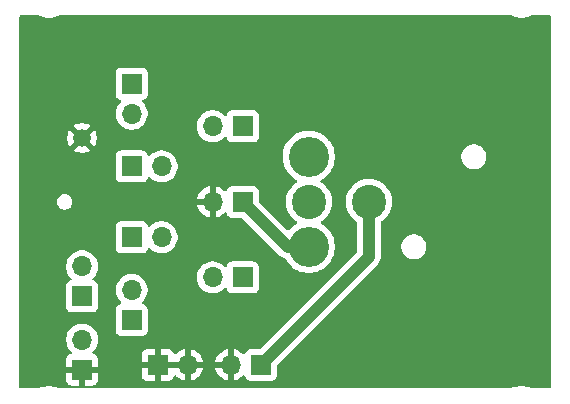
<source format=gbr>
%TF.GenerationSoftware,KiCad,Pcbnew,9.0.0*%
%TF.CreationDate,2025-03-06T01:46:26+08:00*%
%TF.ProjectId,HighDRMic_EVB,48696768-4452-44d6-9963-5f4556422e6b,rev?*%
%TF.SameCoordinates,Original*%
%TF.FileFunction,Copper,L2,Bot*%
%TF.FilePolarity,Positive*%
%FSLAX46Y46*%
G04 Gerber Fmt 4.6, Leading zero omitted, Abs format (unit mm)*
G04 Created by KiCad (PCBNEW 9.0.0) date 2025-03-06 01:46:26*
%MOMM*%
%LPD*%
G01*
G04 APERTURE LIST*
%TA.AperFunction,ComponentPad*%
%ADD10R,1.700000X1.700000*%
%TD*%
%TA.AperFunction,ComponentPad*%
%ADD11O,1.700000X1.700000*%
%TD*%
%TA.AperFunction,ComponentPad*%
%ADD12C,3.400000*%
%TD*%
%TA.AperFunction,ComponentPad*%
%ADD13C,2.900000*%
%TD*%
%TA.AperFunction,ComponentPad*%
%ADD14C,1.500000*%
%TD*%
%TA.AperFunction,Conductor*%
%ADD15C,1.000000*%
%TD*%
G04 APERTURE END LIST*
D10*
%TO.P,J9,1,Pin_1*%
%TO.N,Net-(J9-Pin_1)*%
X172940000Y-113800000D03*
D11*
%TO.P,J9,2,Pin_2*%
%TO.N,GND*%
X170400000Y-113800000D03*
%TD*%
D12*
%TO.P,XLR1,1*%
%TO.N,Net-(J8-Pin_1)*%
X177000000Y-103810000D03*
%TO.P,XLR1,2*%
%TO.N,Net-(J6-Pin_1)*%
X177000000Y-96190000D03*
D13*
%TO.P,XLR1,3*%
%TO.N,Net-(J7-Pin_1)*%
X177000000Y-100000000D03*
%TO.P,XLR1,G*%
%TO.N,Net-(J9-Pin_1)*%
X182080000Y-100000000D03*
%TD*%
D10*
%TO.P,J7,1,Pin_1*%
%TO.N,Net-(J7-Pin_1)*%
X171400000Y-106400000D03*
D11*
%TO.P,J7,2,Pin_2*%
%TO.N,Net-(J2-Pin_2)*%
X168860000Y-106400000D03*
%TD*%
D10*
%TO.P,J11,1,Pin_1*%
%TO.N,GND*%
X157800000Y-114200000D03*
D11*
%TO.P,J11,2,Pin_2*%
%TO.N,VDD*%
X157800000Y-111660000D03*
%TD*%
D10*
%TO.P,J6,1,Pin_1*%
%TO.N,Net-(J6-Pin_1)*%
X171400000Y-93600000D03*
D11*
%TO.P,J6,2,Pin_2*%
%TO.N,Net-(J3-Pin_2)*%
X168860000Y-93600000D03*
%TD*%
D10*
%TO.P,J2,1,Pin_1*%
%TO.N,Net-(J2-Pin_1)*%
X162000000Y-110000000D03*
D11*
%TO.P,J2,2,Pin_2*%
%TO.N,Net-(J2-Pin_2)*%
X162000000Y-107460000D03*
%TD*%
D10*
%TO.P,J4,1,Pin_1*%
%TO.N,Net-(J2-Pin_2)*%
X162000000Y-103000000D03*
D11*
%TO.P,J4,2,Pin_2*%
%TO.N,Net-(J4-Pin_2)*%
X164540000Y-103000000D03*
%TD*%
D14*
%TO.P,TP1,1,1*%
%TO.N,GND*%
X157800000Y-94600000D03*
%TD*%
D10*
%TO.P,J10,1,Pin_1*%
%TO.N,GND*%
X164200000Y-113800000D03*
D11*
%TO.P,J10,2,Pin_2*%
X166740000Y-113800000D03*
%TD*%
D10*
%TO.P,J5,1,Pin_1*%
%TO.N,Net-(J3-Pin_2)*%
X162000000Y-97000000D03*
D11*
%TO.P,J5,2,Pin_2*%
%TO.N,Net-(J5-Pin_2)*%
X164540000Y-97000000D03*
%TD*%
D10*
%TO.P,J3,1,Pin_1*%
%TO.N,Net-(J3-Pin_1)*%
X162000000Y-90000000D03*
D11*
%TO.P,J3,2,Pin_2*%
%TO.N,Net-(J3-Pin_2)*%
X162000000Y-92540000D03*
%TD*%
D10*
%TO.P,J8,1,Pin_1*%
%TO.N,Net-(J8-Pin_1)*%
X171400000Y-100000000D03*
D11*
%TO.P,J8,2,Pin_2*%
%TO.N,GND*%
X168860000Y-100000000D03*
%TD*%
D10*
%TO.P,J1,1,Pin_1*%
%TO.N,VDD*%
X157800000Y-108000000D03*
D11*
%TO.P,J1,2,Pin_2*%
%TO.N,Net-(J1-Pin_2)*%
X157800000Y-105460000D03*
%TD*%
D15*
%TO.N,Net-(J8-Pin_1)*%
X177000000Y-103810000D02*
X175210000Y-103810000D01*
X175210000Y-103810000D02*
X171400000Y-100000000D01*
%TO.N,Net-(J9-Pin_1)*%
X182080000Y-100000000D02*
X182080000Y-104660000D01*
X182080000Y-104660000D02*
X172940000Y-113800000D01*
%TD*%
%TA.AperFunction,Conductor*%
%TO.N,GND*%
G36*
X166274075Y-113607007D02*
G01*
X166240000Y-113734174D01*
X166240000Y-113865826D01*
X166274075Y-113992993D01*
X166306988Y-114050000D01*
X164633012Y-114050000D01*
X164665925Y-113992993D01*
X164700000Y-113865826D01*
X164700000Y-113734174D01*
X164665925Y-113607007D01*
X164633012Y-113550000D01*
X166306988Y-113550000D01*
X166274075Y-113607007D01*
G37*
%TD.AperFunction*%
%TA.AperFunction,Conductor*%
G36*
X154101028Y-84209438D02*
G01*
X154291155Y-84288191D01*
X154569783Y-84362849D01*
X154855772Y-84400500D01*
X154855779Y-84400500D01*
X155144221Y-84400500D01*
X155144228Y-84400500D01*
X155430217Y-84362849D01*
X155708845Y-84288191D01*
X155898971Y-84209438D01*
X155946423Y-84200000D01*
X194053577Y-84200000D01*
X194101028Y-84209438D01*
X194291155Y-84288191D01*
X194569783Y-84362849D01*
X194855772Y-84400500D01*
X194855779Y-84400500D01*
X195144221Y-84400500D01*
X195144228Y-84400500D01*
X195430217Y-84362849D01*
X195708845Y-84288191D01*
X195898971Y-84209438D01*
X195946423Y-84200000D01*
X197375500Y-84200000D01*
X197442539Y-84219685D01*
X197488294Y-84272489D01*
X197499500Y-84324000D01*
X197499500Y-115676000D01*
X197479815Y-115743039D01*
X197427011Y-115788794D01*
X197375500Y-115800000D01*
X195946423Y-115800000D01*
X195898971Y-115790561D01*
X195784242Y-115743039D01*
X195708854Y-115711812D01*
X195708847Y-115711810D01*
X195708845Y-115711809D01*
X195430217Y-115637151D01*
X195430211Y-115637150D01*
X195430206Y-115637149D01*
X195144238Y-115599501D01*
X195144233Y-115599500D01*
X195144228Y-115599500D01*
X194855772Y-115599500D01*
X194855766Y-115599500D01*
X194855761Y-115599501D01*
X194569793Y-115637149D01*
X194569786Y-115637150D01*
X194569783Y-115637151D01*
X194291155Y-115711809D01*
X194291145Y-115711812D01*
X194140452Y-115774231D01*
X194101028Y-115790561D01*
X194053577Y-115800000D01*
X155946423Y-115800000D01*
X155898971Y-115790561D01*
X155784242Y-115743039D01*
X155708854Y-115711812D01*
X155708847Y-115711810D01*
X155708845Y-115711809D01*
X155430217Y-115637151D01*
X155430211Y-115637150D01*
X155430206Y-115637149D01*
X155144238Y-115599501D01*
X155144233Y-115599500D01*
X155144228Y-115599500D01*
X154855772Y-115599500D01*
X154855766Y-115599500D01*
X154855761Y-115599501D01*
X154569793Y-115637149D01*
X154569786Y-115637150D01*
X154569783Y-115637151D01*
X154291155Y-115711809D01*
X154291145Y-115711812D01*
X154140452Y-115774231D01*
X154101028Y-115790561D01*
X154053577Y-115800000D01*
X152624500Y-115800000D01*
X152557461Y-115780315D01*
X152511706Y-115727511D01*
X152500500Y-115676000D01*
X152500500Y-111553713D01*
X156449500Y-111553713D01*
X156449500Y-111766286D01*
X156482753Y-111976239D01*
X156548444Y-112178414D01*
X156644951Y-112367820D01*
X156769890Y-112539786D01*
X156883818Y-112653714D01*
X156917303Y-112715037D01*
X156912319Y-112784729D01*
X156870447Y-112840662D01*
X156839471Y-112857577D01*
X156707912Y-112906646D01*
X156707906Y-112906649D01*
X156592812Y-112992809D01*
X156592809Y-112992812D01*
X156506649Y-113107906D01*
X156506645Y-113107913D01*
X156456403Y-113242620D01*
X156456401Y-113242627D01*
X156450000Y-113302155D01*
X156450000Y-113950000D01*
X157366988Y-113950000D01*
X157334075Y-114007007D01*
X157300000Y-114134174D01*
X157300000Y-114265826D01*
X157334075Y-114392993D01*
X157366988Y-114450000D01*
X156450000Y-114450000D01*
X156450000Y-115097844D01*
X156456401Y-115157372D01*
X156456403Y-115157379D01*
X156506645Y-115292086D01*
X156506649Y-115292093D01*
X156592809Y-115407187D01*
X156592812Y-115407190D01*
X156707906Y-115493350D01*
X156707913Y-115493354D01*
X156842620Y-115543596D01*
X156842627Y-115543598D01*
X156902155Y-115549999D01*
X156902172Y-115550000D01*
X157550000Y-115550000D01*
X157550000Y-114633012D01*
X157607007Y-114665925D01*
X157734174Y-114700000D01*
X157865826Y-114700000D01*
X157992993Y-114665925D01*
X158050000Y-114633012D01*
X158050000Y-115550000D01*
X158697828Y-115550000D01*
X158697844Y-115549999D01*
X158757372Y-115543598D01*
X158757379Y-115543596D01*
X158892086Y-115493354D01*
X158892093Y-115493350D01*
X159007187Y-115407190D01*
X159007190Y-115407187D01*
X159093350Y-115292093D01*
X159093354Y-115292086D01*
X159143596Y-115157379D01*
X159143598Y-115157372D01*
X159149999Y-115097844D01*
X159150000Y-115097827D01*
X159150000Y-114450000D01*
X158233012Y-114450000D01*
X158265925Y-114392993D01*
X158300000Y-114265826D01*
X158300000Y-114134174D01*
X158265925Y-114007007D01*
X158233012Y-113950000D01*
X159150000Y-113950000D01*
X159150000Y-113302172D01*
X159149999Y-113302155D01*
X159143598Y-113242627D01*
X159143596Y-113242620D01*
X159093354Y-113107913D01*
X159093350Y-113107906D01*
X159007190Y-112992813D01*
X158892089Y-112906647D01*
X158892088Y-112906646D01*
X158880047Y-112902155D01*
X162850000Y-112902155D01*
X162850000Y-113550000D01*
X163766988Y-113550000D01*
X163734075Y-113607007D01*
X163700000Y-113734174D01*
X163700000Y-113865826D01*
X163734075Y-113992993D01*
X163766988Y-114050000D01*
X162850000Y-114050000D01*
X162850000Y-114697844D01*
X162856401Y-114757372D01*
X162856403Y-114757379D01*
X162906645Y-114892086D01*
X162906649Y-114892093D01*
X162992809Y-115007187D01*
X162992812Y-115007190D01*
X163107906Y-115093350D01*
X163107913Y-115093354D01*
X163242620Y-115143596D01*
X163242627Y-115143598D01*
X163302155Y-115149999D01*
X163302172Y-115150000D01*
X163950000Y-115150000D01*
X163950000Y-114233012D01*
X164007007Y-114265925D01*
X164134174Y-114300000D01*
X164265826Y-114300000D01*
X164392993Y-114265925D01*
X164450000Y-114233012D01*
X164450000Y-115150000D01*
X165097828Y-115150000D01*
X165097844Y-115149999D01*
X165157372Y-115143598D01*
X165157379Y-115143596D01*
X165292086Y-115093354D01*
X165292093Y-115093350D01*
X165407187Y-115007190D01*
X165407190Y-115007187D01*
X165493350Y-114892093D01*
X165493354Y-114892086D01*
X165542614Y-114760013D01*
X165584485Y-114704079D01*
X165649949Y-114679662D01*
X165718222Y-114694513D01*
X165746477Y-114715665D01*
X165860535Y-114829723D01*
X165860540Y-114829727D01*
X166032442Y-114954620D01*
X166221782Y-115051095D01*
X166423871Y-115116757D01*
X166490000Y-115127231D01*
X166490000Y-114233012D01*
X166547007Y-114265925D01*
X166674174Y-114300000D01*
X166805826Y-114300000D01*
X166932993Y-114265925D01*
X166990000Y-114233012D01*
X166990000Y-115127230D01*
X167056126Y-115116757D01*
X167056129Y-115116757D01*
X167258217Y-115051095D01*
X167447557Y-114954620D01*
X167619459Y-114829727D01*
X167619464Y-114829723D01*
X167769723Y-114679464D01*
X167769727Y-114679459D01*
X167894620Y-114507557D01*
X167991095Y-114318217D01*
X168056757Y-114116129D01*
X168056757Y-114116126D01*
X168067231Y-114050000D01*
X167173012Y-114050000D01*
X167205925Y-113992993D01*
X167240000Y-113865826D01*
X167240000Y-113734174D01*
X167205925Y-113607007D01*
X167173012Y-113550000D01*
X168067231Y-113550000D01*
X169072769Y-113550000D01*
X169966988Y-113550000D01*
X169934075Y-113607007D01*
X169900000Y-113734174D01*
X169900000Y-113865826D01*
X169934075Y-113992993D01*
X169966988Y-114050000D01*
X169072769Y-114050000D01*
X169083242Y-114116126D01*
X169083242Y-114116129D01*
X169148904Y-114318217D01*
X169245379Y-114507557D01*
X169370272Y-114679459D01*
X169370276Y-114679464D01*
X169520535Y-114829723D01*
X169520540Y-114829727D01*
X169692442Y-114954620D01*
X169881782Y-115051095D01*
X170083871Y-115116757D01*
X170150000Y-115127231D01*
X170150000Y-114233012D01*
X170207007Y-114265925D01*
X170334174Y-114300000D01*
X170465826Y-114300000D01*
X170592993Y-114265925D01*
X170650000Y-114233012D01*
X170650000Y-115127230D01*
X170716126Y-115116757D01*
X170716129Y-115116757D01*
X170918217Y-115051095D01*
X171107557Y-114954620D01*
X171279458Y-114829728D01*
X171393133Y-114716053D01*
X171454456Y-114682568D01*
X171524148Y-114687552D01*
X171580082Y-114729423D01*
X171596997Y-114760401D01*
X171646202Y-114892328D01*
X171646206Y-114892335D01*
X171732452Y-115007544D01*
X171732455Y-115007547D01*
X171847664Y-115093793D01*
X171847671Y-115093797D01*
X171982517Y-115144091D01*
X171982516Y-115144091D01*
X171989444Y-115144835D01*
X172042127Y-115150500D01*
X173837872Y-115150499D01*
X173897483Y-115144091D01*
X174032331Y-115093796D01*
X174147546Y-115007546D01*
X174233796Y-114892331D01*
X174284091Y-114757483D01*
X174290500Y-114697873D01*
X174290499Y-113915780D01*
X174310183Y-113848742D01*
X174326813Y-113828105D01*
X182717778Y-105437141D01*
X182717782Y-105437139D01*
X182857139Y-105297782D01*
X182966632Y-105133914D01*
X183042051Y-104951835D01*
X183075167Y-104785352D01*
X183080500Y-104758543D01*
X183080500Y-103706530D01*
X184839500Y-103706530D01*
X184839500Y-103913469D01*
X184879868Y-104116412D01*
X184879870Y-104116420D01*
X184959058Y-104307596D01*
X185074024Y-104479657D01*
X185220342Y-104625975D01*
X185220345Y-104625977D01*
X185392402Y-104740941D01*
X185583580Y-104820130D01*
X185695344Y-104842361D01*
X185786530Y-104860499D01*
X185786534Y-104860500D01*
X185786535Y-104860500D01*
X185993466Y-104860500D01*
X185993467Y-104860499D01*
X186196420Y-104820130D01*
X186387598Y-104740941D01*
X186559655Y-104625977D01*
X186705977Y-104479655D01*
X186820941Y-104307598D01*
X186900130Y-104116420D01*
X186940500Y-103913465D01*
X186940500Y-103706535D01*
X186900130Y-103503580D01*
X186820941Y-103312402D01*
X186705977Y-103140345D01*
X186705975Y-103140342D01*
X186559657Y-102994024D01*
X186409529Y-102893713D01*
X186387598Y-102879059D01*
X186196420Y-102799870D01*
X186196412Y-102799868D01*
X185993469Y-102759500D01*
X185993465Y-102759500D01*
X185786535Y-102759500D01*
X185786530Y-102759500D01*
X185583587Y-102799868D01*
X185583579Y-102799870D01*
X185392403Y-102879058D01*
X185220342Y-102994024D01*
X185074024Y-103140342D01*
X184959058Y-103312403D01*
X184879870Y-103503579D01*
X184879868Y-103503587D01*
X184839500Y-103706530D01*
X183080500Y-103706530D01*
X183080500Y-101746195D01*
X183100185Y-101679156D01*
X183142501Y-101638807D01*
X183165965Y-101625261D01*
X183368813Y-101469610D01*
X183549610Y-101288813D01*
X183705261Y-101085965D01*
X183833104Y-100864535D01*
X183930950Y-100628313D01*
X183997126Y-100381340D01*
X184030500Y-100127843D01*
X184030500Y-99872157D01*
X183997126Y-99618660D01*
X183930950Y-99371687D01*
X183833104Y-99135465D01*
X183833102Y-99135462D01*
X183833100Y-99135457D01*
X183705265Y-98914042D01*
X183705261Y-98914035D01*
X183611969Y-98792455D01*
X183549611Y-98711188D01*
X183549605Y-98711181D01*
X183368818Y-98530394D01*
X183368811Y-98530388D01*
X183165973Y-98374745D01*
X183165971Y-98374743D01*
X183165965Y-98374739D01*
X183165958Y-98374735D01*
X183165957Y-98374734D01*
X182944542Y-98246899D01*
X182944531Y-98246894D01*
X182708322Y-98149053D01*
X182708315Y-98149051D01*
X182708313Y-98149050D01*
X182461340Y-98082874D01*
X182405007Y-98075457D01*
X182207850Y-98049500D01*
X182207843Y-98049500D01*
X181952157Y-98049500D01*
X181952149Y-98049500D01*
X181726826Y-98079165D01*
X181698660Y-98082874D01*
X181515502Y-98131951D01*
X181451687Y-98149050D01*
X181451677Y-98149053D01*
X181215468Y-98246894D01*
X181215457Y-98246899D01*
X180994042Y-98374734D01*
X180994026Y-98374745D01*
X180791188Y-98530388D01*
X180791181Y-98530394D01*
X180610394Y-98711181D01*
X180610388Y-98711188D01*
X180454745Y-98914026D01*
X180454734Y-98914042D01*
X180326899Y-99135457D01*
X180326894Y-99135468D01*
X180229053Y-99371677D01*
X180229050Y-99371687D01*
X180167901Y-99599901D01*
X180162874Y-99618661D01*
X180129500Y-99872149D01*
X180129500Y-100127850D01*
X180153088Y-100307007D01*
X180162874Y-100381340D01*
X180228297Y-100625501D01*
X180229050Y-100628312D01*
X180229053Y-100628322D01*
X180326894Y-100864531D01*
X180326899Y-100864542D01*
X180454734Y-101085957D01*
X180454745Y-101085973D01*
X180610388Y-101288811D01*
X180610394Y-101288818D01*
X180791181Y-101469605D01*
X180791188Y-101469611D01*
X180994033Y-101625260D01*
X180994035Y-101625261D01*
X181017498Y-101638807D01*
X181065714Y-101689372D01*
X181079500Y-101746195D01*
X181079500Y-104194217D01*
X181059815Y-104261256D01*
X181043181Y-104281898D01*
X172911897Y-112413181D01*
X172850574Y-112446666D01*
X172824216Y-112449500D01*
X172042129Y-112449500D01*
X172042123Y-112449501D01*
X171982516Y-112455908D01*
X171847671Y-112506202D01*
X171847664Y-112506206D01*
X171732455Y-112592452D01*
X171732452Y-112592455D01*
X171646206Y-112707664D01*
X171646202Y-112707671D01*
X171596997Y-112839598D01*
X171555126Y-112895532D01*
X171489661Y-112919949D01*
X171421388Y-112905097D01*
X171393134Y-112883946D01*
X171279464Y-112770276D01*
X171279459Y-112770272D01*
X171107557Y-112645379D01*
X170918215Y-112548903D01*
X170716124Y-112483241D01*
X170650000Y-112472768D01*
X170650000Y-113366988D01*
X170592993Y-113334075D01*
X170465826Y-113300000D01*
X170334174Y-113300000D01*
X170207007Y-113334075D01*
X170150000Y-113366988D01*
X170150000Y-112472768D01*
X170149999Y-112472768D01*
X170083875Y-112483241D01*
X169881784Y-112548903D01*
X169692442Y-112645379D01*
X169520540Y-112770272D01*
X169520535Y-112770276D01*
X169370276Y-112920535D01*
X169370272Y-112920540D01*
X169245379Y-113092442D01*
X169148904Y-113281782D01*
X169083242Y-113483870D01*
X169083242Y-113483873D01*
X169072769Y-113550000D01*
X168067231Y-113550000D01*
X168056757Y-113483873D01*
X168056757Y-113483870D01*
X167991095Y-113281782D01*
X167894620Y-113092442D01*
X167769727Y-112920540D01*
X167769723Y-112920535D01*
X167619464Y-112770276D01*
X167619459Y-112770272D01*
X167447557Y-112645379D01*
X167258215Y-112548903D01*
X167056124Y-112483241D01*
X166990000Y-112472768D01*
X166990000Y-113366988D01*
X166932993Y-113334075D01*
X166805826Y-113300000D01*
X166674174Y-113300000D01*
X166547007Y-113334075D01*
X166490000Y-113366988D01*
X166490000Y-112472768D01*
X166489999Y-112472768D01*
X166423875Y-112483241D01*
X166221784Y-112548903D01*
X166032442Y-112645379D01*
X165860541Y-112770271D01*
X165746477Y-112884335D01*
X165685154Y-112917819D01*
X165615462Y-112912835D01*
X165559529Y-112870963D01*
X165542614Y-112839986D01*
X165493354Y-112707913D01*
X165493350Y-112707906D01*
X165407190Y-112592812D01*
X165407187Y-112592809D01*
X165292093Y-112506649D01*
X165292086Y-112506645D01*
X165157379Y-112456403D01*
X165157372Y-112456401D01*
X165097844Y-112450000D01*
X164450000Y-112450000D01*
X164450000Y-113366988D01*
X164392993Y-113334075D01*
X164265826Y-113300000D01*
X164134174Y-113300000D01*
X164007007Y-113334075D01*
X163950000Y-113366988D01*
X163950000Y-112450000D01*
X163302155Y-112450000D01*
X163242627Y-112456401D01*
X163242620Y-112456403D01*
X163107913Y-112506645D01*
X163107906Y-112506649D01*
X162992812Y-112592809D01*
X162992809Y-112592812D01*
X162906649Y-112707906D01*
X162906645Y-112707913D01*
X162856403Y-112842620D01*
X162856401Y-112842627D01*
X162850000Y-112902155D01*
X158880047Y-112902155D01*
X158760528Y-112857577D01*
X158704595Y-112815705D01*
X158680178Y-112750241D01*
X158695030Y-112681968D01*
X158716175Y-112653720D01*
X158830104Y-112539792D01*
X158854506Y-112506206D01*
X158955048Y-112367820D01*
X158955047Y-112367820D01*
X158955051Y-112367816D01*
X159051557Y-112178412D01*
X159117246Y-111976243D01*
X159150500Y-111766287D01*
X159150500Y-111553713D01*
X159117246Y-111343757D01*
X159051557Y-111141588D01*
X158955051Y-110952184D01*
X158955049Y-110952181D01*
X158955048Y-110952179D01*
X158830109Y-110780213D01*
X158679786Y-110629890D01*
X158507820Y-110504951D01*
X158318414Y-110408444D01*
X158318413Y-110408443D01*
X158318412Y-110408443D01*
X158116243Y-110342754D01*
X158116241Y-110342753D01*
X158116240Y-110342753D01*
X157954957Y-110317208D01*
X157906287Y-110309500D01*
X157693713Y-110309500D01*
X157645042Y-110317208D01*
X157483760Y-110342753D01*
X157281585Y-110408444D01*
X157092179Y-110504951D01*
X156920213Y-110629890D01*
X156769890Y-110780213D01*
X156644951Y-110952179D01*
X156548444Y-111141585D01*
X156548443Y-111141587D01*
X156548443Y-111141588D01*
X156527012Y-111207546D01*
X156482753Y-111343760D01*
X156449500Y-111553713D01*
X152500500Y-111553713D01*
X152500500Y-105353713D01*
X156449500Y-105353713D01*
X156449500Y-105566286D01*
X156480148Y-105759794D01*
X156482754Y-105776243D01*
X156546635Y-105972849D01*
X156548444Y-105978414D01*
X156644951Y-106167820D01*
X156769890Y-106339786D01*
X156883430Y-106453326D01*
X156916915Y-106514649D01*
X156911931Y-106584341D01*
X156870059Y-106640274D01*
X156839083Y-106657189D01*
X156707669Y-106706203D01*
X156707664Y-106706206D01*
X156592455Y-106792452D01*
X156592452Y-106792455D01*
X156506206Y-106907664D01*
X156506202Y-106907671D01*
X156455908Y-107042517D01*
X156449501Y-107102116D01*
X156449501Y-107102123D01*
X156449500Y-107102135D01*
X156449500Y-108897870D01*
X156449501Y-108897876D01*
X156455908Y-108957483D01*
X156506202Y-109092328D01*
X156506206Y-109092335D01*
X156592452Y-109207544D01*
X156592455Y-109207547D01*
X156707664Y-109293793D01*
X156707671Y-109293797D01*
X156842517Y-109344091D01*
X156842516Y-109344091D01*
X156849444Y-109344835D01*
X156902127Y-109350500D01*
X158697872Y-109350499D01*
X158757483Y-109344091D01*
X158892331Y-109293796D01*
X159007546Y-109207546D01*
X159093796Y-109092331D01*
X159144091Y-108957483D01*
X159150500Y-108897873D01*
X159150499Y-107353713D01*
X160649500Y-107353713D01*
X160649500Y-107566286D01*
X160682753Y-107776239D01*
X160748444Y-107978414D01*
X160844951Y-108167820D01*
X160969890Y-108339786D01*
X161083430Y-108453326D01*
X161116915Y-108514649D01*
X161111931Y-108584341D01*
X161070059Y-108640274D01*
X161039083Y-108657189D01*
X160907669Y-108706203D01*
X160907664Y-108706206D01*
X160792455Y-108792452D01*
X160792452Y-108792455D01*
X160706206Y-108907664D01*
X160706202Y-108907671D01*
X160655908Y-109042517D01*
X160649501Y-109102116D01*
X160649501Y-109102123D01*
X160649500Y-109102135D01*
X160649500Y-110897870D01*
X160649501Y-110897876D01*
X160655908Y-110957483D01*
X160706202Y-111092328D01*
X160706206Y-111092335D01*
X160792452Y-111207544D01*
X160792455Y-111207547D01*
X160907664Y-111293793D01*
X160907671Y-111293797D01*
X161042517Y-111344091D01*
X161042516Y-111344091D01*
X161049444Y-111344835D01*
X161102127Y-111350500D01*
X162897872Y-111350499D01*
X162957483Y-111344091D01*
X163092331Y-111293796D01*
X163207546Y-111207546D01*
X163293796Y-111092331D01*
X163344091Y-110957483D01*
X163350500Y-110897873D01*
X163350499Y-109102128D01*
X163344091Y-109042517D01*
X163312375Y-108957483D01*
X163293797Y-108907671D01*
X163293793Y-108907664D01*
X163207547Y-108792455D01*
X163207544Y-108792452D01*
X163092335Y-108706206D01*
X163092328Y-108706202D01*
X162960917Y-108657189D01*
X162904983Y-108615318D01*
X162880566Y-108549853D01*
X162895418Y-108481580D01*
X162916563Y-108453332D01*
X163030104Y-108339792D01*
X163155051Y-108167816D01*
X163251557Y-107978412D01*
X163317246Y-107776243D01*
X163350500Y-107566287D01*
X163350500Y-107353713D01*
X163317246Y-107143757D01*
X163251557Y-106941588D01*
X163155051Y-106752184D01*
X163155049Y-106752181D01*
X163155048Y-106752179D01*
X163030109Y-106580213D01*
X162879792Y-106429896D01*
X162823723Y-106389160D01*
X162823721Y-106389157D01*
X162707819Y-106304951D01*
X162707818Y-106304950D01*
X162707816Y-106304949D01*
X162685764Y-106293713D01*
X167509500Y-106293713D01*
X167509500Y-106506287D01*
X167516400Y-106549853D01*
X167541163Y-106706203D01*
X167542754Y-106716243D01*
X167604952Y-106907669D01*
X167608444Y-106918414D01*
X167704951Y-107107820D01*
X167829890Y-107279786D01*
X167980213Y-107430109D01*
X168152179Y-107555048D01*
X168152181Y-107555049D01*
X168152184Y-107555051D01*
X168341588Y-107651557D01*
X168543757Y-107717246D01*
X168753713Y-107750500D01*
X168753714Y-107750500D01*
X168966286Y-107750500D01*
X168966287Y-107750500D01*
X169176243Y-107717246D01*
X169378412Y-107651557D01*
X169567816Y-107555051D01*
X169739792Y-107430104D01*
X169853329Y-107316566D01*
X169914648Y-107283084D01*
X169984340Y-107288068D01*
X170040274Y-107329939D01*
X170057189Y-107360917D01*
X170106202Y-107492328D01*
X170106206Y-107492335D01*
X170192452Y-107607544D01*
X170192455Y-107607547D01*
X170307664Y-107693793D01*
X170307671Y-107693797D01*
X170442517Y-107744091D01*
X170442516Y-107744091D01*
X170449444Y-107744835D01*
X170502127Y-107750500D01*
X172297872Y-107750499D01*
X172357483Y-107744091D01*
X172492331Y-107693796D01*
X172607546Y-107607546D01*
X172693796Y-107492331D01*
X172744091Y-107357483D01*
X172750500Y-107297873D01*
X172750499Y-105502128D01*
X172744091Y-105442517D01*
X172742810Y-105439083D01*
X172693797Y-105307671D01*
X172693793Y-105307664D01*
X172607547Y-105192455D01*
X172607544Y-105192452D01*
X172492335Y-105106206D01*
X172492328Y-105106202D01*
X172357482Y-105055908D01*
X172357483Y-105055908D01*
X172297883Y-105049501D01*
X172297881Y-105049500D01*
X172297873Y-105049500D01*
X172297864Y-105049500D01*
X170502129Y-105049500D01*
X170502123Y-105049501D01*
X170442516Y-105055908D01*
X170307671Y-105106202D01*
X170307664Y-105106206D01*
X170192455Y-105192452D01*
X170192452Y-105192455D01*
X170106206Y-105307664D01*
X170106203Y-105307669D01*
X170057189Y-105439083D01*
X170015317Y-105495016D01*
X169949853Y-105519433D01*
X169881580Y-105504581D01*
X169853326Y-105483430D01*
X169739786Y-105369890D01*
X169567820Y-105244951D01*
X169378414Y-105148444D01*
X169378413Y-105148443D01*
X169378412Y-105148443D01*
X169176243Y-105082754D01*
X169176241Y-105082753D01*
X169176240Y-105082753D01*
X169014957Y-105057208D01*
X168966287Y-105049500D01*
X168753713Y-105049500D01*
X168705042Y-105057208D01*
X168543760Y-105082753D01*
X168341585Y-105148444D01*
X168152179Y-105244951D01*
X167980213Y-105369890D01*
X167829890Y-105520213D01*
X167704951Y-105692179D01*
X167608444Y-105881585D01*
X167542753Y-106083760D01*
X167523005Y-106208444D01*
X167509500Y-106293713D01*
X162685764Y-106293713D01*
X162518412Y-106208443D01*
X162316243Y-106142754D01*
X162316241Y-106142753D01*
X162316240Y-106142753D01*
X162154957Y-106117208D01*
X162106287Y-106109500D01*
X161893713Y-106109500D01*
X161845042Y-106117208D01*
X161683760Y-106142753D01*
X161481585Y-106208444D01*
X161292179Y-106304951D01*
X161120213Y-106429890D01*
X160969890Y-106580213D01*
X160844951Y-106752179D01*
X160748444Y-106941585D01*
X160682753Y-107143760D01*
X160649500Y-107353713D01*
X159150499Y-107353713D01*
X159150499Y-107102128D01*
X159144091Y-107042517D01*
X159143228Y-107040204D01*
X159093797Y-106907671D01*
X159093793Y-106907664D01*
X159007547Y-106792455D01*
X159007544Y-106792452D01*
X158892335Y-106706206D01*
X158892328Y-106706202D01*
X158760917Y-106657189D01*
X158704983Y-106615318D01*
X158680566Y-106549853D01*
X158695418Y-106481580D01*
X158716563Y-106453332D01*
X158830104Y-106339792D01*
X158955051Y-106167816D01*
X159051557Y-105978412D01*
X159117246Y-105776243D01*
X159150500Y-105566287D01*
X159150500Y-105353713D01*
X159117246Y-105143757D01*
X159051557Y-104941588D01*
X158955051Y-104752184D01*
X158955049Y-104752181D01*
X158955048Y-104752179D01*
X158830109Y-104580213D01*
X158679786Y-104429890D01*
X158507820Y-104304951D01*
X158318414Y-104208444D01*
X158318413Y-104208443D01*
X158318412Y-104208443D01*
X158116243Y-104142754D01*
X158116241Y-104142753D01*
X158116240Y-104142753D01*
X157949927Y-104116412D01*
X157906287Y-104109500D01*
X157693713Y-104109500D01*
X157650073Y-104116412D01*
X157483760Y-104142753D01*
X157281585Y-104208444D01*
X157092179Y-104304951D01*
X156920213Y-104429890D01*
X156769890Y-104580213D01*
X156644951Y-104752179D01*
X156548444Y-104941585D01*
X156548443Y-104941587D01*
X156548443Y-104941588D01*
X156545114Y-104951835D01*
X156482753Y-105143760D01*
X156449500Y-105353713D01*
X152500500Y-105353713D01*
X152500500Y-102102135D01*
X160649500Y-102102135D01*
X160649500Y-103897870D01*
X160649501Y-103897876D01*
X160655908Y-103957483D01*
X160706202Y-104092328D01*
X160706206Y-104092335D01*
X160792452Y-104207544D01*
X160792455Y-104207547D01*
X160907664Y-104293793D01*
X160907671Y-104293797D01*
X161042517Y-104344091D01*
X161042516Y-104344091D01*
X161049444Y-104344835D01*
X161102127Y-104350500D01*
X162897872Y-104350499D01*
X162957483Y-104344091D01*
X163092331Y-104293796D01*
X163207546Y-104207546D01*
X163293796Y-104092331D01*
X163342810Y-103960916D01*
X163384681Y-103904984D01*
X163450145Y-103880566D01*
X163518418Y-103895417D01*
X163546673Y-103916569D01*
X163660213Y-104030109D01*
X163832179Y-104155048D01*
X163832181Y-104155049D01*
X163832184Y-104155051D01*
X164021588Y-104251557D01*
X164223757Y-104317246D01*
X164433713Y-104350500D01*
X164433714Y-104350500D01*
X164646286Y-104350500D01*
X164646287Y-104350500D01*
X164856243Y-104317246D01*
X165058412Y-104251557D01*
X165247816Y-104155051D01*
X165269789Y-104139086D01*
X165419786Y-104030109D01*
X165419788Y-104030106D01*
X165419792Y-104030104D01*
X165570104Y-103879792D01*
X165570106Y-103879788D01*
X165570109Y-103879786D01*
X165695048Y-103707820D01*
X165695047Y-103707820D01*
X165695051Y-103707816D01*
X165791557Y-103518412D01*
X165857246Y-103316243D01*
X165890500Y-103106287D01*
X165890500Y-102893713D01*
X165857246Y-102683757D01*
X165791557Y-102481588D01*
X165695051Y-102292184D01*
X165695049Y-102292181D01*
X165695048Y-102292179D01*
X165570109Y-102120213D01*
X165419786Y-101969890D01*
X165247820Y-101844951D01*
X165058414Y-101748444D01*
X165058413Y-101748443D01*
X165058412Y-101748443D01*
X164856243Y-101682754D01*
X164856241Y-101682753D01*
X164856240Y-101682753D01*
X164694957Y-101657208D01*
X164646287Y-101649500D01*
X164433713Y-101649500D01*
X164385042Y-101657208D01*
X164223760Y-101682753D01*
X164021585Y-101748444D01*
X163832179Y-101844951D01*
X163660215Y-101969889D01*
X163546673Y-102083431D01*
X163485350Y-102116915D01*
X163415658Y-102111931D01*
X163359725Y-102070059D01*
X163342810Y-102039082D01*
X163293797Y-101907671D01*
X163293793Y-101907664D01*
X163207547Y-101792455D01*
X163207544Y-101792452D01*
X163092335Y-101706206D01*
X163092328Y-101706202D01*
X162957482Y-101655908D01*
X162957483Y-101655908D01*
X162897883Y-101649501D01*
X162897881Y-101649500D01*
X162897873Y-101649500D01*
X162897864Y-101649500D01*
X161102129Y-101649500D01*
X161102123Y-101649501D01*
X161042516Y-101655908D01*
X160907671Y-101706202D01*
X160907664Y-101706206D01*
X160792455Y-101792452D01*
X160792452Y-101792455D01*
X160706206Y-101907664D01*
X160706202Y-101907671D01*
X160655908Y-102042517D01*
X160649501Y-102102116D01*
X160649500Y-102102135D01*
X152500500Y-102102135D01*
X152500500Y-100064071D01*
X155669499Y-100064071D01*
X155694497Y-100189738D01*
X155694499Y-100189744D01*
X155743533Y-100308124D01*
X155743538Y-100308133D01*
X155814723Y-100414668D01*
X155814726Y-100414672D01*
X155905327Y-100505273D01*
X155905331Y-100505276D01*
X156011866Y-100576461D01*
X156011872Y-100576464D01*
X156011873Y-100576465D01*
X156130256Y-100625501D01*
X156130260Y-100625501D01*
X156130261Y-100625502D01*
X156255928Y-100650500D01*
X156255931Y-100650500D01*
X156384071Y-100650500D01*
X156495562Y-100628322D01*
X156509744Y-100625501D01*
X156628127Y-100576465D01*
X156734669Y-100505276D01*
X156825276Y-100414669D01*
X156896465Y-100308127D01*
X156945501Y-100189744D01*
X156970500Y-100064069D01*
X156970500Y-99935931D01*
X156970500Y-99935928D01*
X156945700Y-99811256D01*
X156945700Y-99811255D01*
X156945699Y-99811252D01*
X156945501Y-99810257D01*
X156945501Y-99810256D01*
X156920542Y-99750000D01*
X167532769Y-99750000D01*
X168426988Y-99750000D01*
X168394075Y-99807007D01*
X168360000Y-99934174D01*
X168360000Y-100065826D01*
X168394075Y-100192993D01*
X168426988Y-100250000D01*
X167532769Y-100250000D01*
X167543242Y-100316126D01*
X167543242Y-100316129D01*
X167608904Y-100518217D01*
X167705379Y-100707557D01*
X167830272Y-100879459D01*
X167830276Y-100879464D01*
X167980535Y-101029723D01*
X167980540Y-101029727D01*
X168152442Y-101154620D01*
X168341782Y-101251095D01*
X168543871Y-101316757D01*
X168610000Y-101327231D01*
X168610000Y-100433012D01*
X168667007Y-100465925D01*
X168794174Y-100500000D01*
X168925826Y-100500000D01*
X169052993Y-100465925D01*
X169110000Y-100433012D01*
X169110000Y-101327230D01*
X169176126Y-101316757D01*
X169176129Y-101316757D01*
X169378217Y-101251095D01*
X169567557Y-101154620D01*
X169739458Y-101029728D01*
X169853133Y-100916053D01*
X169914456Y-100882568D01*
X169984148Y-100887552D01*
X170040082Y-100929423D01*
X170056997Y-100960401D01*
X170106202Y-101092328D01*
X170106206Y-101092335D01*
X170192452Y-101207544D01*
X170192455Y-101207547D01*
X170307664Y-101293793D01*
X170307671Y-101293797D01*
X170442517Y-101344091D01*
X170442516Y-101344091D01*
X170449444Y-101344835D01*
X170502127Y-101350500D01*
X171284217Y-101350499D01*
X171351256Y-101370183D01*
X171371898Y-101386818D01*
X174572215Y-104587137D01*
X174572219Y-104587140D01*
X174736079Y-104696628D01*
X174736085Y-104696631D01*
X174736086Y-104696632D01*
X174918165Y-104772052D01*
X174971918Y-104782743D01*
X175033829Y-104815128D01*
X175055114Y-104842361D01*
X175166420Y-105035148D01*
X175166431Y-105035164D01*
X175342024Y-105264002D01*
X175342030Y-105264009D01*
X175545990Y-105467969D01*
X175545997Y-105467975D01*
X175581238Y-105495016D01*
X175774844Y-105643575D01*
X175774851Y-105643579D01*
X176024647Y-105787800D01*
X176024663Y-105787808D01*
X176291139Y-105898185D01*
X176291145Y-105898186D01*
X176291155Y-105898191D01*
X176569783Y-105972849D01*
X176855772Y-106010500D01*
X176855779Y-106010500D01*
X177144221Y-106010500D01*
X177144228Y-106010500D01*
X177430217Y-105972849D01*
X177708845Y-105898191D01*
X177708857Y-105898185D01*
X177708860Y-105898185D01*
X177975336Y-105787808D01*
X177975339Y-105787806D01*
X177975345Y-105787804D01*
X178225156Y-105643575D01*
X178454004Y-105467974D01*
X178657974Y-105264004D01*
X178833575Y-105035156D01*
X178977804Y-104785345D01*
X178988907Y-104758541D01*
X179088185Y-104518860D01*
X179088185Y-104518857D01*
X179088191Y-104518845D01*
X179162849Y-104240217D01*
X179200500Y-103954228D01*
X179200500Y-103665772D01*
X179162849Y-103379783D01*
X179088191Y-103101155D01*
X179088186Y-103101145D01*
X179088185Y-103101139D01*
X178977808Y-102834663D01*
X178977800Y-102834647D01*
X178833579Y-102584851D01*
X178833575Y-102584844D01*
X178682036Y-102387354D01*
X178657975Y-102355997D01*
X178657969Y-102355990D01*
X178454009Y-102152030D01*
X178454002Y-102152024D01*
X178225164Y-101976431D01*
X178225162Y-101976430D01*
X178225156Y-101976425D01*
X178106059Y-101907664D01*
X178037443Y-101868048D01*
X177989228Y-101817480D01*
X177976006Y-101748873D01*
X178001974Y-101684009D01*
X178037441Y-101653276D01*
X178085965Y-101625261D01*
X178288813Y-101469610D01*
X178469610Y-101288813D01*
X178625261Y-101085965D01*
X178753104Y-100864535D01*
X178850950Y-100628313D01*
X178917126Y-100381340D01*
X178950500Y-100127843D01*
X178950500Y-99872157D01*
X178917126Y-99618660D01*
X178850950Y-99371687D01*
X178753104Y-99135465D01*
X178753102Y-99135462D01*
X178753100Y-99135457D01*
X178625265Y-98914042D01*
X178625261Y-98914035D01*
X178531969Y-98792455D01*
X178469611Y-98711188D01*
X178469605Y-98711181D01*
X178288818Y-98530394D01*
X178288811Y-98530388D01*
X178085973Y-98374745D01*
X178085971Y-98374744D01*
X178085965Y-98374739D01*
X178037442Y-98346724D01*
X177989228Y-98296158D01*
X177976004Y-98227551D01*
X178001972Y-98162687D01*
X178037441Y-98131952D01*
X178225156Y-98023575D01*
X178454004Y-97847974D01*
X178657974Y-97644004D01*
X178833575Y-97415156D01*
X178977804Y-97165345D01*
X179002267Y-97106287D01*
X179088185Y-96898860D01*
X179088185Y-96898857D01*
X179088191Y-96898845D01*
X179162849Y-96620217D01*
X179200500Y-96334228D01*
X179200500Y-96086530D01*
X189919500Y-96086530D01*
X189919500Y-96293469D01*
X189959868Y-96496412D01*
X189959870Y-96496420D01*
X190039058Y-96687596D01*
X190154024Y-96859657D01*
X190300342Y-97005975D01*
X190300345Y-97005977D01*
X190472402Y-97120941D01*
X190663580Y-97200130D01*
X190866530Y-97240499D01*
X190866534Y-97240500D01*
X190866535Y-97240500D01*
X191073466Y-97240500D01*
X191073467Y-97240499D01*
X191276420Y-97200130D01*
X191467598Y-97120941D01*
X191639655Y-97005977D01*
X191785977Y-96859655D01*
X191900941Y-96687598D01*
X191980130Y-96496420D01*
X192020500Y-96293465D01*
X192020500Y-96086535D01*
X191980130Y-95883580D01*
X191900941Y-95692402D01*
X191785977Y-95520345D01*
X191785975Y-95520342D01*
X191639657Y-95374024D01*
X191514092Y-95290125D01*
X191467598Y-95259059D01*
X191276420Y-95179870D01*
X191276412Y-95179868D01*
X191073469Y-95139500D01*
X191073465Y-95139500D01*
X190866535Y-95139500D01*
X190866530Y-95139500D01*
X190663587Y-95179868D01*
X190663579Y-95179870D01*
X190472403Y-95259058D01*
X190300342Y-95374024D01*
X190154024Y-95520342D01*
X190039058Y-95692403D01*
X189959870Y-95883579D01*
X189959868Y-95883587D01*
X189919500Y-96086530D01*
X179200500Y-96086530D01*
X179200500Y-96045772D01*
X179162849Y-95759783D01*
X179088191Y-95481155D01*
X179088186Y-95481145D01*
X179088185Y-95481139D01*
X178977808Y-95214663D01*
X178977800Y-95214647D01*
X178833579Y-94964851D01*
X178833575Y-94964844D01*
X178712875Y-94807544D01*
X178657975Y-94735997D01*
X178657969Y-94735990D01*
X178454009Y-94532030D01*
X178454002Y-94532024D01*
X178225164Y-94356431D01*
X178225162Y-94356429D01*
X178225156Y-94356425D01*
X178225151Y-94356422D01*
X178225148Y-94356420D01*
X177975352Y-94212199D01*
X177975336Y-94212191D01*
X177708860Y-94101814D01*
X177708848Y-94101810D01*
X177708845Y-94101809D01*
X177430217Y-94027151D01*
X177430211Y-94027150D01*
X177430206Y-94027149D01*
X177144238Y-93989501D01*
X177144233Y-93989500D01*
X177144228Y-93989500D01*
X176855772Y-93989500D01*
X176855766Y-93989500D01*
X176855761Y-93989501D01*
X176569793Y-94027149D01*
X176569786Y-94027150D01*
X176569783Y-94027151D01*
X176291155Y-94101809D01*
X176291139Y-94101814D01*
X176024663Y-94212191D01*
X176024647Y-94212199D01*
X175774851Y-94356420D01*
X175774835Y-94356431D01*
X175545997Y-94532024D01*
X175545990Y-94532030D01*
X175342030Y-94735990D01*
X175342024Y-94735997D01*
X175166431Y-94964835D01*
X175166420Y-94964851D01*
X175022199Y-95214647D01*
X175022191Y-95214663D01*
X174911814Y-95481139D01*
X174911809Y-95481155D01*
X174851508Y-95706204D01*
X174837152Y-95759780D01*
X174837149Y-95759793D01*
X174799501Y-96045761D01*
X174799500Y-96045778D01*
X174799500Y-96334221D01*
X174799501Y-96334238D01*
X174837149Y-96620206D01*
X174837150Y-96620211D01*
X174837151Y-96620217D01*
X174855206Y-96687598D01*
X174911809Y-96898844D01*
X174911814Y-96898860D01*
X175022191Y-97165336D01*
X175022199Y-97165352D01*
X175166420Y-97415148D01*
X175166431Y-97415164D01*
X175342024Y-97644002D01*
X175342030Y-97644009D01*
X175545990Y-97847969D01*
X175545997Y-97847975D01*
X175620293Y-97904984D01*
X175774844Y-98023575D01*
X175774851Y-98023579D01*
X175962555Y-98131951D01*
X176010771Y-98182518D01*
X176023993Y-98251125D01*
X175998025Y-98315990D01*
X175962557Y-98346724D01*
X175914040Y-98374735D01*
X175914026Y-98374745D01*
X175711188Y-98530388D01*
X175711181Y-98530394D01*
X175530394Y-98711181D01*
X175530388Y-98711188D01*
X175374745Y-98914026D01*
X175374734Y-98914042D01*
X175246899Y-99135457D01*
X175246894Y-99135468D01*
X175149053Y-99371677D01*
X175149050Y-99371687D01*
X175087901Y-99599901D01*
X175082874Y-99618661D01*
X175049500Y-99872149D01*
X175049500Y-100127850D01*
X175073088Y-100307007D01*
X175082874Y-100381340D01*
X175148297Y-100625501D01*
X175149050Y-100628312D01*
X175149053Y-100628322D01*
X175246894Y-100864531D01*
X175246899Y-100864542D01*
X175374734Y-101085957D01*
X175374745Y-101085973D01*
X175530388Y-101288811D01*
X175530394Y-101288818D01*
X175711181Y-101469605D01*
X175711187Y-101469610D01*
X175914035Y-101625261D01*
X175937496Y-101638806D01*
X175962555Y-101653274D01*
X176010771Y-101703841D01*
X176023994Y-101772448D01*
X175998026Y-101837313D01*
X175962556Y-101868048D01*
X175774844Y-101976425D01*
X175774835Y-101976431D01*
X175545997Y-102152024D01*
X175545990Y-102152030D01*
X175344151Y-102353869D01*
X175282828Y-102387354D01*
X175213136Y-102382370D01*
X175168789Y-102353869D01*
X172786818Y-99971898D01*
X172753333Y-99910575D01*
X172750499Y-99884217D01*
X172750499Y-99102129D01*
X172750498Y-99102123D01*
X172744091Y-99042516D01*
X172693797Y-98907671D01*
X172693793Y-98907664D01*
X172607547Y-98792455D01*
X172607544Y-98792452D01*
X172492335Y-98706206D01*
X172492328Y-98706202D01*
X172357482Y-98655908D01*
X172357483Y-98655908D01*
X172297883Y-98649501D01*
X172297881Y-98649500D01*
X172297873Y-98649500D01*
X172297864Y-98649500D01*
X170502129Y-98649500D01*
X170502123Y-98649501D01*
X170442516Y-98655908D01*
X170307671Y-98706202D01*
X170307664Y-98706206D01*
X170192455Y-98792452D01*
X170192452Y-98792455D01*
X170106206Y-98907664D01*
X170106202Y-98907671D01*
X170056997Y-99039598D01*
X170015126Y-99095532D01*
X169949661Y-99119949D01*
X169881388Y-99105097D01*
X169853134Y-99083946D01*
X169739464Y-98970276D01*
X169739459Y-98970272D01*
X169567557Y-98845379D01*
X169378215Y-98748903D01*
X169176124Y-98683241D01*
X169110000Y-98672768D01*
X169110000Y-99566988D01*
X169052993Y-99534075D01*
X168925826Y-99500000D01*
X168794174Y-99500000D01*
X168667007Y-99534075D01*
X168610000Y-99566988D01*
X168610000Y-98672768D01*
X168609999Y-98672768D01*
X168543875Y-98683241D01*
X168341784Y-98748903D01*
X168152442Y-98845379D01*
X167980540Y-98970272D01*
X167980535Y-98970276D01*
X167830276Y-99120535D01*
X167830272Y-99120540D01*
X167705379Y-99292442D01*
X167608904Y-99481782D01*
X167543242Y-99683870D01*
X167543242Y-99683873D01*
X167532769Y-99750000D01*
X156920542Y-99750000D01*
X156896465Y-99691873D01*
X156896464Y-99691872D01*
X156896461Y-99691866D01*
X156825276Y-99585331D01*
X156825273Y-99585327D01*
X156734672Y-99494726D01*
X156734668Y-99494723D01*
X156628133Y-99423538D01*
X156628124Y-99423533D01*
X156509744Y-99374499D01*
X156509738Y-99374497D01*
X156384071Y-99349500D01*
X156384069Y-99349500D01*
X156255931Y-99349500D01*
X156255929Y-99349500D01*
X156130261Y-99374497D01*
X156130255Y-99374499D01*
X156011875Y-99423533D01*
X156011866Y-99423538D01*
X155905331Y-99494723D01*
X155905327Y-99494726D01*
X155814726Y-99585327D01*
X155814723Y-99585331D01*
X155743538Y-99691866D01*
X155743533Y-99691875D01*
X155694499Y-99810255D01*
X155694497Y-99810261D01*
X155669500Y-99935928D01*
X155669500Y-99935931D01*
X155669500Y-100064069D01*
X155669500Y-100064071D01*
X155669499Y-100064071D01*
X152500500Y-100064071D01*
X152500500Y-96102135D01*
X160649500Y-96102135D01*
X160649500Y-97897870D01*
X160649501Y-97897876D01*
X160655908Y-97957483D01*
X160706202Y-98092328D01*
X160706206Y-98092335D01*
X160792452Y-98207544D01*
X160792455Y-98207547D01*
X160907664Y-98293793D01*
X160907671Y-98293797D01*
X161042517Y-98344091D01*
X161042516Y-98344091D01*
X161049444Y-98344835D01*
X161102127Y-98350500D01*
X162897872Y-98350499D01*
X162957483Y-98344091D01*
X163092331Y-98293796D01*
X163207546Y-98207546D01*
X163293796Y-98092331D01*
X163342810Y-97960916D01*
X163384681Y-97904984D01*
X163450145Y-97880566D01*
X163518418Y-97895417D01*
X163546673Y-97916569D01*
X163660213Y-98030109D01*
X163832179Y-98155048D01*
X163832181Y-98155049D01*
X163832184Y-98155051D01*
X164021588Y-98251557D01*
X164223757Y-98317246D01*
X164433713Y-98350500D01*
X164433714Y-98350500D01*
X164646286Y-98350500D01*
X164646287Y-98350500D01*
X164856243Y-98317246D01*
X165058412Y-98251557D01*
X165247816Y-98155051D01*
X165334138Y-98092335D01*
X165419786Y-98030109D01*
X165419788Y-98030106D01*
X165419792Y-98030104D01*
X165570104Y-97879792D01*
X165570106Y-97879788D01*
X165570109Y-97879786D01*
X165695048Y-97707820D01*
X165695047Y-97707820D01*
X165695051Y-97707816D01*
X165791557Y-97518412D01*
X165857246Y-97316243D01*
X165890500Y-97106287D01*
X165890500Y-96893713D01*
X165857246Y-96683757D01*
X165791557Y-96481588D01*
X165695051Y-96292184D01*
X165695049Y-96292181D01*
X165695048Y-96292179D01*
X165570109Y-96120213D01*
X165419786Y-95969890D01*
X165247820Y-95844951D01*
X165058414Y-95748444D01*
X165058413Y-95748443D01*
X165058412Y-95748443D01*
X164856243Y-95682754D01*
X164856241Y-95682753D01*
X164856240Y-95682753D01*
X164694957Y-95657208D01*
X164646287Y-95649500D01*
X164433713Y-95649500D01*
X164385042Y-95657208D01*
X164223760Y-95682753D01*
X164021585Y-95748444D01*
X163832179Y-95844951D01*
X163660215Y-95969889D01*
X163546673Y-96083431D01*
X163485350Y-96116915D01*
X163415658Y-96111931D01*
X163359725Y-96070059D01*
X163342810Y-96039082D01*
X163293797Y-95907671D01*
X163293793Y-95907664D01*
X163207547Y-95792455D01*
X163207544Y-95792452D01*
X163092335Y-95706206D01*
X163092328Y-95706202D01*
X162957482Y-95655908D01*
X162957483Y-95655908D01*
X162897883Y-95649501D01*
X162897881Y-95649500D01*
X162897873Y-95649500D01*
X162897864Y-95649500D01*
X161102129Y-95649500D01*
X161102123Y-95649501D01*
X161042516Y-95655908D01*
X160907671Y-95706202D01*
X160907664Y-95706206D01*
X160792455Y-95792452D01*
X160792452Y-95792455D01*
X160706206Y-95907664D01*
X160706202Y-95907671D01*
X160655908Y-96042517D01*
X160649501Y-96102116D01*
X160649500Y-96102135D01*
X152500500Y-96102135D01*
X152500500Y-95643677D01*
X157109873Y-95643677D01*
X157109873Y-95643678D01*
X157144858Y-95669096D01*
X157320164Y-95758418D01*
X157507294Y-95819221D01*
X157701618Y-95850000D01*
X157898382Y-95850000D01*
X158092705Y-95819221D01*
X158279835Y-95758418D01*
X158455143Y-95669095D01*
X158490125Y-95643678D01*
X158490126Y-95643678D01*
X157800001Y-94953553D01*
X157800000Y-94953553D01*
X157109873Y-95643677D01*
X152500500Y-95643677D01*
X152500500Y-94501617D01*
X156550000Y-94501617D01*
X156550000Y-94698382D01*
X156580778Y-94892705D01*
X156641581Y-95079835D01*
X156730905Y-95255145D01*
X156756319Y-95290125D01*
X156756320Y-95290125D01*
X157446446Y-94600000D01*
X157446446Y-94599999D01*
X157400369Y-94553922D01*
X157450000Y-94553922D01*
X157450000Y-94646078D01*
X157473852Y-94735095D01*
X157519930Y-94814905D01*
X157585095Y-94880070D01*
X157664905Y-94926148D01*
X157753922Y-94950000D01*
X157846078Y-94950000D01*
X157935095Y-94926148D01*
X158014905Y-94880070D01*
X158080070Y-94814905D01*
X158126148Y-94735095D01*
X158150000Y-94646078D01*
X158150000Y-94599999D01*
X158153553Y-94599999D01*
X158153553Y-94600000D01*
X158843678Y-95290126D01*
X158843678Y-95290125D01*
X158869095Y-95255143D01*
X158958418Y-95079835D01*
X159019221Y-94892705D01*
X159050000Y-94698382D01*
X159050000Y-94501617D01*
X159019221Y-94307294D01*
X158958418Y-94120164D01*
X158869096Y-93944858D01*
X158843678Y-93909873D01*
X158843677Y-93909873D01*
X158153553Y-94599999D01*
X158150000Y-94599999D01*
X158150000Y-94553922D01*
X158126148Y-94464905D01*
X158080070Y-94385095D01*
X158014905Y-94319930D01*
X157935095Y-94273852D01*
X157846078Y-94250000D01*
X157753922Y-94250000D01*
X157664905Y-94273852D01*
X157585095Y-94319930D01*
X157519930Y-94385095D01*
X157473852Y-94464905D01*
X157450000Y-94553922D01*
X157400369Y-94553922D01*
X156756320Y-93909872D01*
X156756320Y-93909873D01*
X156730902Y-93944859D01*
X156730899Y-93944863D01*
X156641582Y-94120161D01*
X156580778Y-94307294D01*
X156550000Y-94501617D01*
X152500500Y-94501617D01*
X152500500Y-93556320D01*
X157109872Y-93556320D01*
X157800000Y-94246446D01*
X157800001Y-94246446D01*
X158490125Y-93556320D01*
X158490125Y-93556319D01*
X158455145Y-93530905D01*
X158279835Y-93441581D01*
X158092705Y-93380778D01*
X157898382Y-93350000D01*
X157701618Y-93350000D01*
X157507294Y-93380778D01*
X157320161Y-93441582D01*
X157144863Y-93530899D01*
X157144859Y-93530902D01*
X157109873Y-93556320D01*
X157109872Y-93556320D01*
X152500500Y-93556320D01*
X152500500Y-89102135D01*
X160649500Y-89102135D01*
X160649500Y-90897870D01*
X160649501Y-90897876D01*
X160655908Y-90957483D01*
X160706202Y-91092328D01*
X160706206Y-91092335D01*
X160792452Y-91207544D01*
X160792455Y-91207547D01*
X160907664Y-91293793D01*
X160907671Y-91293797D01*
X161039082Y-91342810D01*
X161095016Y-91384681D01*
X161119433Y-91450145D01*
X161104582Y-91518418D01*
X161083431Y-91546673D01*
X160969889Y-91660215D01*
X160844951Y-91832179D01*
X160748444Y-92021585D01*
X160682753Y-92223760D01*
X160663005Y-92348444D01*
X160649500Y-92433713D01*
X160649500Y-92646287D01*
X160682754Y-92856243D01*
X160694430Y-92892179D01*
X160748444Y-93058414D01*
X160844951Y-93247820D01*
X160969890Y-93419786D01*
X161120213Y-93570109D01*
X161292179Y-93695048D01*
X161292181Y-93695049D01*
X161292184Y-93695051D01*
X161481588Y-93791557D01*
X161683757Y-93857246D01*
X161893713Y-93890500D01*
X161893714Y-93890500D01*
X162106286Y-93890500D01*
X162106287Y-93890500D01*
X162316243Y-93857246D01*
X162518412Y-93791557D01*
X162707816Y-93695051D01*
X162729789Y-93679086D01*
X162879786Y-93570109D01*
X162879788Y-93570106D01*
X162879792Y-93570104D01*
X162956183Y-93493713D01*
X167509500Y-93493713D01*
X167509500Y-93706286D01*
X167538676Y-93890500D01*
X167542754Y-93916243D01*
X167603048Y-94101809D01*
X167608444Y-94118414D01*
X167704951Y-94307820D01*
X167829890Y-94479786D01*
X167980213Y-94630109D01*
X168152179Y-94755048D01*
X168152181Y-94755049D01*
X168152184Y-94755051D01*
X168341588Y-94851557D01*
X168543757Y-94917246D01*
X168753713Y-94950500D01*
X168753714Y-94950500D01*
X168966286Y-94950500D01*
X168966287Y-94950500D01*
X169176243Y-94917246D01*
X169378412Y-94851557D01*
X169567816Y-94755051D01*
X169739792Y-94630104D01*
X169853329Y-94516566D01*
X169914648Y-94483084D01*
X169984340Y-94488068D01*
X170040274Y-94529939D01*
X170057189Y-94560917D01*
X170106202Y-94692328D01*
X170106206Y-94692335D01*
X170192452Y-94807544D01*
X170192455Y-94807547D01*
X170307664Y-94893793D01*
X170307671Y-94893797D01*
X170442517Y-94944091D01*
X170442516Y-94944091D01*
X170449444Y-94944835D01*
X170502127Y-94950500D01*
X172297872Y-94950499D01*
X172357483Y-94944091D01*
X172492331Y-94893796D01*
X172607546Y-94807546D01*
X172693796Y-94692331D01*
X172744091Y-94557483D01*
X172750500Y-94497873D01*
X172750499Y-92702128D01*
X172744091Y-92642517D01*
X172742810Y-92639083D01*
X172693797Y-92507671D01*
X172693793Y-92507664D01*
X172607547Y-92392455D01*
X172607544Y-92392452D01*
X172492335Y-92306206D01*
X172492328Y-92306202D01*
X172357482Y-92255908D01*
X172357483Y-92255908D01*
X172297883Y-92249501D01*
X172297881Y-92249500D01*
X172297873Y-92249500D01*
X172297864Y-92249500D01*
X170502129Y-92249500D01*
X170502123Y-92249501D01*
X170442516Y-92255908D01*
X170307671Y-92306202D01*
X170307664Y-92306206D01*
X170192455Y-92392452D01*
X170192452Y-92392455D01*
X170106206Y-92507664D01*
X170106203Y-92507669D01*
X170057189Y-92639083D01*
X170015317Y-92695016D01*
X169949853Y-92719433D01*
X169881580Y-92704581D01*
X169853326Y-92683430D01*
X169739786Y-92569890D01*
X169567820Y-92444951D01*
X169378414Y-92348444D01*
X169378413Y-92348443D01*
X169378412Y-92348443D01*
X169176243Y-92282754D01*
X169176241Y-92282753D01*
X169176240Y-92282753D01*
X169014957Y-92257208D01*
X168966287Y-92249500D01*
X168753713Y-92249500D01*
X168705042Y-92257208D01*
X168543760Y-92282753D01*
X168341585Y-92348444D01*
X168152179Y-92444951D01*
X167980213Y-92569890D01*
X167829890Y-92720213D01*
X167704951Y-92892179D01*
X167608444Y-93081585D01*
X167542753Y-93283760D01*
X167509500Y-93493713D01*
X162956183Y-93493713D01*
X163030104Y-93419792D01*
X163030328Y-93419483D01*
X163032892Y-93415956D01*
X163155048Y-93247820D01*
X163155047Y-93247820D01*
X163155051Y-93247816D01*
X163251557Y-93058412D01*
X163317246Y-92856243D01*
X163350500Y-92646287D01*
X163350500Y-92433713D01*
X163317246Y-92223757D01*
X163251557Y-92021588D01*
X163155051Y-91832184D01*
X163155049Y-91832181D01*
X163155048Y-91832179D01*
X163030109Y-91660213D01*
X162916569Y-91546673D01*
X162883084Y-91485350D01*
X162888068Y-91415658D01*
X162929940Y-91359725D01*
X162960915Y-91342810D01*
X163092331Y-91293796D01*
X163207546Y-91207546D01*
X163293796Y-91092331D01*
X163344091Y-90957483D01*
X163350500Y-90897873D01*
X163350499Y-89102128D01*
X163344091Y-89042517D01*
X163293796Y-88907669D01*
X163293795Y-88907668D01*
X163293793Y-88907664D01*
X163207547Y-88792455D01*
X163207544Y-88792452D01*
X163092335Y-88706206D01*
X163092328Y-88706202D01*
X162957482Y-88655908D01*
X162957483Y-88655908D01*
X162897883Y-88649501D01*
X162897881Y-88649500D01*
X162897873Y-88649500D01*
X162897864Y-88649500D01*
X161102129Y-88649500D01*
X161102123Y-88649501D01*
X161042516Y-88655908D01*
X160907671Y-88706202D01*
X160907664Y-88706206D01*
X160792455Y-88792452D01*
X160792452Y-88792455D01*
X160706206Y-88907664D01*
X160706202Y-88907671D01*
X160655908Y-89042517D01*
X160649501Y-89102116D01*
X160649501Y-89102123D01*
X160649500Y-89102135D01*
X152500500Y-89102135D01*
X152500500Y-84324000D01*
X152520185Y-84256961D01*
X152572989Y-84211206D01*
X152624500Y-84200000D01*
X154053577Y-84200000D01*
X154101028Y-84209438D01*
G37*
%TD.AperFunction*%
%TD*%
M02*

</source>
